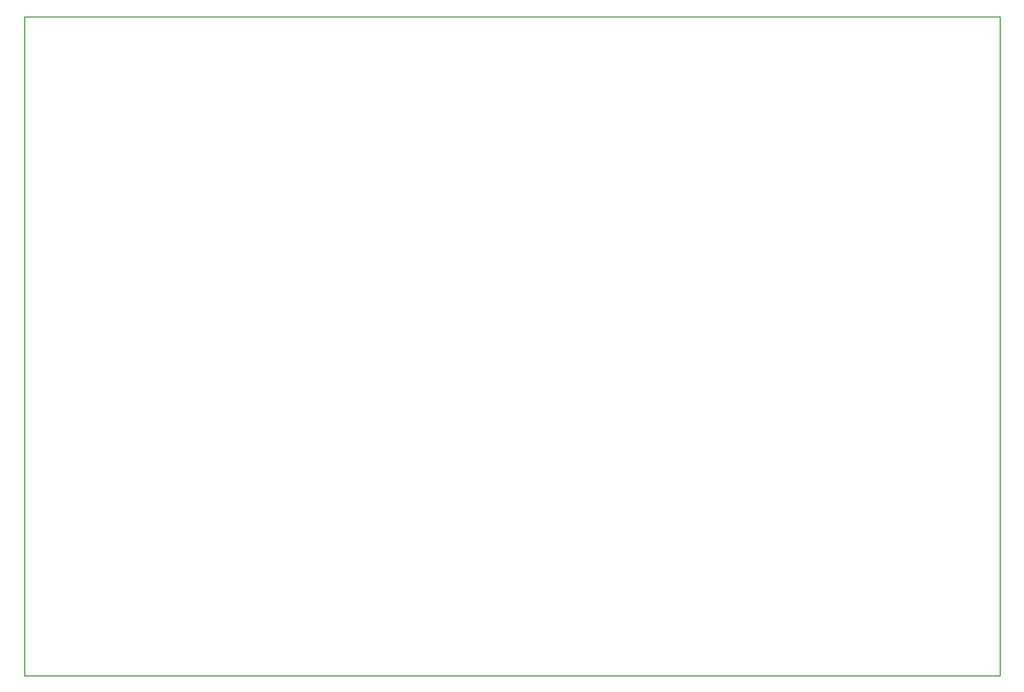
<source format=gbr>
%TF.GenerationSoftware,KiCad,Pcbnew,8.0.1*%
%TF.CreationDate,2024-06-09T01:41:57+01:00*%
%TF.ProjectId,tim011_video_fix,74696d30-3131-45f7-9669-64656f5f6669,rev?*%
%TF.SameCoordinates,Original*%
%TF.FileFunction,Profile,NP*%
%FSLAX46Y46*%
G04 Gerber Fmt 4.6, Leading zero omitted, Abs format (unit mm)*
G04 Created by KiCad (PCBNEW 8.0.1) date 2024-06-09 01:41:57*
%MOMM*%
%LPD*%
G01*
G04 APERTURE LIST*
%TA.AperFunction,Profile*%
%ADD10C,0.050000*%
%TD*%
G04 APERTURE END LIST*
D10*
X54850000Y-58450000D02*
X139750000Y-58450000D01*
X139750000Y-115850000D01*
X54850000Y-115850000D01*
X54850000Y-58450000D01*
M02*

</source>
